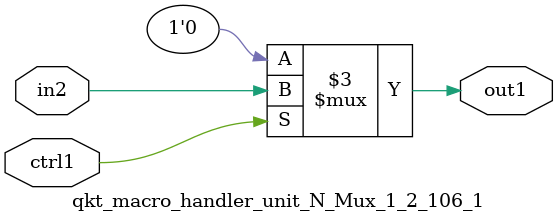
<source format=v>

`timescale 1ps / 1ps


module qkt_macro_handler_unit_N_Mux_1_2_106_1( in2, ctrl1, out1 );

    input in2;
    input ctrl1;
    output out1;
    reg out1;

    
    // rtl_process:qkt_macro_handler_unit_N_Mux_1_2_106_1/qkt_macro_handler_unit_N_Mux_1_2_106_1_thread_1
    always @*
      begin : qkt_macro_handler_unit_N_Mux_1_2_106_1_thread_1
        case (ctrl1) 
          1'b1: 
            begin
              out1 = in2;
            end
          default: 
            begin
              out1 = 1'b0;
            end
        endcase
      end

endmodule


</source>
